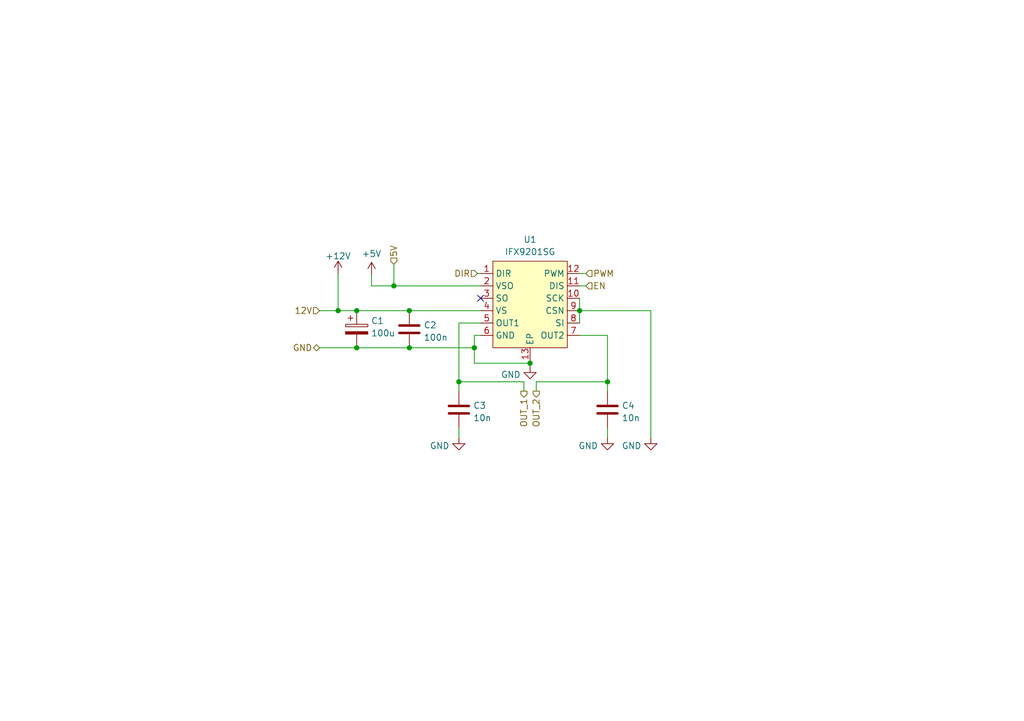
<source format=kicad_sch>
(kicad_sch (version 20231120) (generator "eeschema") (generator_version "8.0")
  (paper "A5")
  (lib_symbols
    (symbol "BUCKY_MOTOR_DRIVER:IFX9201SG"
      (property "Reference" "U" (at 6.35 -10.16 0))
      (property "Value" "IFX9201SG" (at 0 10.16 0))
      (symbol "IFX9201SG_0_1"
        (rectangle (start -7.62 8.89) (end 7.62 -8.89) (stroke (width 0.1524)) (fill (type background)))
      )
      (symbol "IFX9201SG_1_1"
        (pin input line (at -10.16 6.35 0) (length 2.54) (name "DIR") (number "1"))
        (pin input line (at 10.16 1.27 180) (length 2.54) (name "SCK") (number "10"))
        (pin input line (at 10.16 3.81 180) (length 2.54) (name "DIS") (number "11"))
        (pin input line (at 10.16 6.35 180) (length 2.54) (name "PWM") (number "12"))
        (pin input line (at 0 -11.43 90) (length 2.54) (name "EP") (number "13"))
        (pin input line (at -10.16 3.81 0) (length 2.54) (name "VSO") (number "2"))
        (pin input line (at -10.16 1.27 0) (length 2.54) (name "SO") (number "3"))
        (pin input line (at -10.16 -1.27 0) (length 2.54) (name "VS") (number "4"))
        (pin bidirectional line (at -10.16 -3.81 0) (length 2.54) (name "OUT1") (number "5"))
        (pin input line (at -10.16 -6.35 0) (length 2.54) (name "GND") (number "6"))
        (pin bidirectional line (at 10.16 -6.35 180) (length 2.54) (name "OUT2") (number "7"))
        (pin input line (at 10.16 -3.81 180) (length 2.54) (name "SI") (number "8"))
        (pin input line (at 10.16 -1.27 180) (length 2.54) (name "CSN") (number "9"))
      )
    )
    (symbol "Device:C" (pin_numbers hide) (pin_names (offset 0.254))
      (property "Reference" "C" (at 0.635 2.54 0))
      (property "Value" "C" (at 0.635 -2.54 0))
      (symbol "C_0_1"
        (polyline (pts (xy -2.032 -0.762) (xy 2.032 -0.762)) (stroke (width 0.508)))
        (polyline (pts (xy -2.032 0.762) (xy 2.032 0.762)) (stroke (width 0.508)))
      )
      (symbol "C_1_1"
        (pin passive line (at 0 3.81 270) (length 2.794) (name "~") (number "1"))
        (pin passive line (at 0 -3.81 90) (length 2.794) (name "~") (number "2"))
      )
    )
    (symbol "Device:C_Polarized" (pin_numbers hide) (pin_names (offset 0.254))
      (property "Reference" "C" (at 0.635 2.54 0))
      (property "Value" "C_Polarized" (at 0.635 -2.54 0))
      (symbol "C_Polarized_0_1"
        (rectangle (start -2.286 0.508) (end 2.286 1.016))
        (polyline (pts (xy -1.778 2.286) (xy -0.762 2.286)))
        (polyline (pts (xy -1.27 2.794) (xy -1.27 1.778)))
        (rectangle (start 2.286 -0.508) (end -2.286 -1.016) (fill (type outline)))
      )
      (symbol "C_Polarized_1_1"
        (pin passive line (at 0 3.81 270) (length 2.794) (name "~") (number "1"))
        (pin passive line (at 0 -3.81 90) (length 2.794) (name "~") (number "2"))
      )
    )
    (symbol "power:+12V" (power) (pin_names (offset 0))
      (property "Value" "+12V" (at 0 3.556 0))
      (symbol "+12V_0_1"
        (polyline (pts (xy -0.762 1.27) (xy 0 2.54)))
        (polyline (pts (xy 0 0) (xy 0 2.54)))
        (polyline (pts (xy 0 2.54) (xy 0.762 1.27)))
      )
      (symbol "+12V_1_1"
        (pin power_in line (at 0 0 90) (length 0) hide (name "+12V") (number "1"))
      )
    )
    (symbol "power:+5V" (power) (pin_numbers hide) (pin_names (offset 0) hide)
      (property "Value" "+5V" (at 0 3.556 0))
      (symbol "+5V_0_1"
        (polyline (pts (xy -0.762 1.27) (xy 0 2.54)))
        (polyline (pts (xy 0 0) (xy 0 2.54)))
        (polyline (pts (xy 0 2.54) (xy 0.762 1.27)))
      )
      (symbol "+5V_1_1"
        (pin power_in line (at 0 0 90) (length 0) (name "~") (number "1"))
      )
    )
    (symbol "power:GND" (power) (pin_names (offset 0))
      (property "Value" "GND" (at 0 -3.81 0))
      (symbol "GND_0_1"
        (polyline (pts (xy 0 0) (xy 0 -1.27) (xy 1.27 -1.27) (xy 0 -2.54) (xy -1.27 -1.27) (xy 0 -1.27)))
      )
      (symbol "GND_1_1"
        (pin power_in line (at 0 0 270) (length 0) hide (name "GND") (number "1"))
      )
    )
  )
  (junction (at 83.947 63.754))
  (junction (at 83.947 71.374))
  (junction (at 124.587 78.359))
  (junction (at 73.152 71.374))
  (junction (at 73.152 63.754))
  (junction (at 118.872 63.754))
  (junction (at 80.772 58.674))
  (junction (at 69.342 63.754))
  (junction (at 108.712 74.549))
  (junction (at 94.107 78.359))
  (junction (at 97.282 71.374))
  (no_connect (at 98.552 61.214))
  (wire (pts (xy 97.282 74.549) (xy 108.712 74.549)))
  (wire (pts (xy 80.772 54.229) (xy 80.772 58.674)))
  (wire (pts (xy 73.152 71.374) (xy 83.947 71.374)))
  (wire (pts (xy 108.712 73.914) (xy 108.712 74.549)))
  (wire (pts (xy 124.587 68.834) (xy 124.587 78.359)))
  (wire (pts (xy 69.342 63.754) (xy 73.152 63.754)))
  (wire (pts (xy 97.282 68.834) (xy 98.552 68.834)))
  (wire (pts (xy 94.107 78.359) (xy 107.442 78.359)))
  (wire (pts (xy 65.532 63.754) (xy 69.342 63.754)))
  (wire (pts (xy 65.532 71.374) (xy 73.152 71.374)))
  (wire (pts (xy 94.107 66.294) (xy 94.107 78.359)))
  (wire (pts (xy 80.772 58.674) (xy 98.552 58.674)))
  (wire (pts (xy 69.342 56.134) (xy 69.342 63.754)))
  (wire (pts (xy 118.872 61.214) (xy 118.872 63.754)))
  (wire (pts (xy 124.587 68.834) (xy 118.872 68.834)))
  (wire (pts (xy 108.712 74.549) (xy 108.712 75.184)))
  (wire (pts (xy 133.477 63.754) (xy 133.477 89.789)))
  (wire (pts (xy 109.982 78.359) (xy 124.587 78.359)))
  (wire (pts (xy 83.947 63.754) (xy 98.552 63.754)))
  (wire (pts (xy 98.552 66.294) (xy 94.107 66.294)))
  (wire (pts (xy 118.872 63.754) (xy 133.477 63.754)))
  (wire (pts (xy 109.982 80.264) (xy 109.982 78.359)))
  (wire (pts (xy 94.107 87.884) (xy 94.107 89.789)))
  (wire (pts (xy 94.107 78.359) (xy 94.107 80.264)))
  (wire (pts (xy 118.872 58.674) (xy 120.142 58.674)))
  (wire (pts (xy 73.152 63.754) (xy 83.947 63.754)))
  (wire (pts (xy 97.917 56.134) (xy 98.552 56.134)))
  (wire (pts (xy 97.282 71.374) (xy 97.282 74.549)))
  (wire (pts (xy 83.947 71.374) (xy 97.282 71.374)))
  (wire (pts (xy 124.587 87.884) (xy 124.587 89.789)))
  (wire (pts (xy 107.442 78.359) (xy 107.442 80.264)))
  (wire (pts (xy 118.872 56.134) (xy 120.142 56.134)))
  (wire (pts (xy 124.587 78.359) (xy 124.587 80.264)))
  (wire (pts (xy 76.2 56.388) (xy 76.2 58.674)))
  (wire (pts (xy 97.282 68.834) (xy 97.282 71.374)))
  (wire (pts (xy 118.872 63.754) (xy 118.872 66.294)))
  (wire (pts (xy 80.772 58.674) (xy 76.2 58.674)))
  (hierarchical_label "GND" (shape bidirectional) (at 65.532 71.374 180))
  (hierarchical_label "DIR" (shape input) (at 97.917 56.134 180))
  (hierarchical_label "12V" (shape input) (at 65.532 63.754 180))
  (hierarchical_label "OUT_1" (shape output) (at 107.442 80.264 270))
  (hierarchical_label "OUT_2" (shape output) (at 109.982 80.264 270))
  (hierarchical_label "5V" (shape input) (at 80.772 54.229 90))
  (hierarchical_label "PWM" (shape input) (at 120.142 56.134 0))
  (hierarchical_label "EN" (shape input) (at 120.142 58.674 0))
  (symbol (lib_id "BUCKY_MOTOR_DRIVER:IFX9201SG") (at 108.712 62.484 0) (unit 1)
    (property "Reference" "U1" (at 108.712 49.149 0))
    (property "Value" "IFX9201SG" (at 108.712 51.689 0))
    (property "Footprint" "Package_SO:Infineon_PG-DSO-12-11_ThermalVias" (effects (hide yes)))
  )
  (symbol (lib_id "power:+5V") (at 76.2 56.388 0) (unit 1)
    (property "Reference" "#PWR01" (effects (hide yes)))
    (property "Value" "+5V" (at 76.2 52.07 0))
    (property "Description" "Power symbol creates a global label with name \"+5V\"" (effects (hide yes)))
  )
  (symbol (lib_id "power:GND") (at 108.712 75.184 0) (unit 1)
    (property "Reference" "#PWR0101" (effects (hide yes)))
    (property "Value" "GND" (at 106.8071 76.8878 0) (effects (justify right)))
  )
  (symbol (lib_id "power:GND") (at 133.477 89.789 0) (unit 1)
    (property "Reference" "#PWR0104" (effects (hide yes)))
    (property "Value" "GND" (at 131.5721 91.4928 0) (effects (justify right)))
  )
  (symbol (lib_id "Device:C") (at 124.587 84.074 0) (unit 1)
    (property "Reference" "C4" (at 127.508 83.2393 0) (effects (justify left)))
    (property "Value" "10n" (at 127.508 85.7762 0) (effects (justify left)))
    (property "Footprint" "Capacitor_SMD:C_0603_1608Metric_Pad1.08x0.95mm_HandSolder" (effects (hide yes)))
  )
  (symbol (lib_id "Device:C") (at 83.947 67.564 0) (unit 1)
    (property "Reference" "C2" (at 86.868 66.7293 0) (effects (justify left)))
    (property "Value" "100n" (at 86.868 69.2662 0) (effects (justify left)))
    (property "Footprint" "Capacitor_SMD:C_0805_2012Metric_Pad1.18x1.45mm_HandSolder" (effects (hide yes)))
  )
  (symbol (lib_id "power:+12V") (at 69.342 56.134 0) (unit 1)
    (property "Reference" "#PWR0105" (effects (hide yes)))
    (property "Value" "+12V" (at 69.342 52.5582 0))
  )
  (symbol (lib_id "Device:C") (at 94.107 84.074 0) (unit 1)
    (property "Reference" "C3" (at 97.028 83.2393 0) (effects (justify left)))
    (property "Value" "10n" (at 97.028 85.7762 0) (effects (justify left)))
    (property "Footprint" "Capacitor_SMD:C_0603_1608Metric_Pad1.08x0.95mm_HandSolder" (effects (hide yes)))
  )
  (symbol (lib_id "Device:C_Polarized") (at 73.152 67.564 0) (unit 1)
    (property "Reference" "C1" (at 76.073 65.8403 0) (effects (justify left)))
    (property "Value" "100u" (at 76.073 68.3772 0) (effects (justify left)))
    (property "Footprint" "Capacitor_SMD:CP_Elec_6.3x7.7" (effects (hide yes)))
  )
  (symbol (lib_id "power:GND") (at 124.587 89.789 0) (unit 1)
    (property "Reference" "#PWR0103" (effects (hide yes)))
    (property "Value" "GND" (at 122.6821 91.4928 0) (effects (justify right)))
  )
  (symbol (lib_id "power:GND") (at 94.107 89.789 0) (unit 1)
    (property "Reference" "#PWR0102" (effects (hide yes)))
    (property "Value" "GND" (at 92.2021 91.4928 0) (effects (justify right)))
  )
)
</source>
